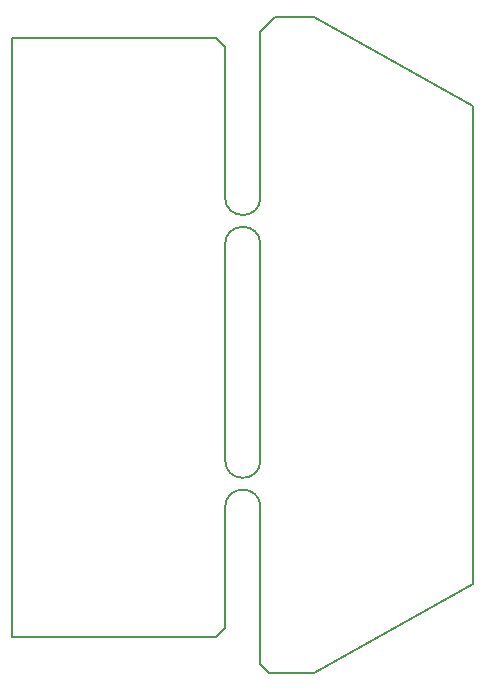
<source format=gm1>
G04 #@! TF.GenerationSoftware,KiCad,Pcbnew,(5.99.0-492-g30da2b31e)*
G04 #@! TF.CreationDate,2019-12-11T09:50:33+01:00*
G04 #@! TF.ProjectId,LED_Panel_Hex,4c45445f-5061-46e6-956c-5f4865782e6b,rev?*
G04 #@! TF.SameCoordinates,Original*
G04 #@! TF.FileFunction,Profile,NP*
%FSLAX46Y46*%
G04 Gerber Fmt 4.6, Leading zero omitted, Abs format (unit mm)*
G04 Created by KiCad (PCBNEW (5.99.0-492-g30da2b31e)) date 2019-12-11 09:50:33*
%MOMM*%
%LPD*%
G04 APERTURE LIST*
%ADD10C,0.150000*%
G04 APERTURE END LIST*
D10*
X117250000Y-83500000D02*
X117250000Y-101750000D01*
X120250000Y-101750000D02*
X120250000Y-83500000D01*
X120250000Y-101750000D02*
G75*
G02X117250000Y-101750000I-1500000J0D01*
G01*
X117250000Y-83500000D02*
G75*
G02X120250000Y-83500000I1500000J0D01*
G01*
X120250000Y-79500000D02*
G75*
G02X117250000Y-79500000I-1500000J0D01*
G01*
X117250000Y-105750000D02*
G75*
G02X120250000Y-105750000I1500000J0D01*
G01*
X138250000Y-71750000D02*
X138250000Y-112250000D01*
X124750000Y-64250000D02*
X138250000Y-71750000D01*
X121500000Y-64250000D02*
X124750000Y-64250000D01*
X121000000Y-64750000D02*
X121500000Y-64250000D01*
X124750000Y-119750000D02*
X138250000Y-112250000D01*
X120250000Y-65500000D02*
X121000000Y-64750000D01*
X120250000Y-79500000D02*
X120250000Y-65500000D01*
X121000000Y-119750000D02*
X124750000Y-119750000D01*
X120250000Y-119000000D02*
X121000000Y-119750000D01*
X120250000Y-105750000D02*
X120250000Y-119000000D01*
X117250000Y-67750000D02*
X117250000Y-79500000D01*
X117250000Y-66750000D02*
X116500000Y-66000000D01*
X117250000Y-67750000D02*
X117250000Y-66750000D01*
X117250000Y-116000000D02*
X116500000Y-116750000D01*
X117250000Y-115750000D02*
X117250000Y-116000000D01*
X117250000Y-105750000D02*
X117250000Y-115750000D01*
X99250000Y-66000000D02*
X116500000Y-66000000D01*
X99250000Y-116750000D02*
X116500000Y-116750000D01*
X99250000Y-66000000D02*
X99250000Y-116750000D01*
M02*

</source>
